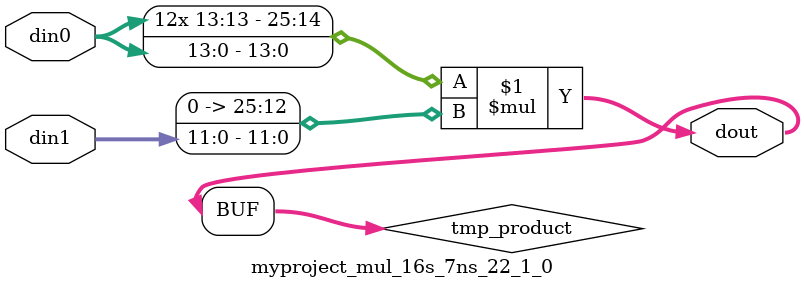
<source format=v>

`timescale 1 ns / 1 ps

  module myproject_mul_16s_7ns_22_1_0(din0, din1, dout);
parameter ID = 1;
parameter NUM_STAGE = 0;
parameter din0_WIDTH = 14;
parameter din1_WIDTH = 12;
parameter dout_WIDTH = 26;

input [din0_WIDTH - 1 : 0] din0; 
input [din1_WIDTH - 1 : 0] din1; 
output [dout_WIDTH - 1 : 0] dout;

wire signed [dout_WIDTH - 1 : 0] tmp_product;












assign tmp_product = $signed(din0) * $signed({1'b0, din1});









assign dout = tmp_product;







endmodule

</source>
